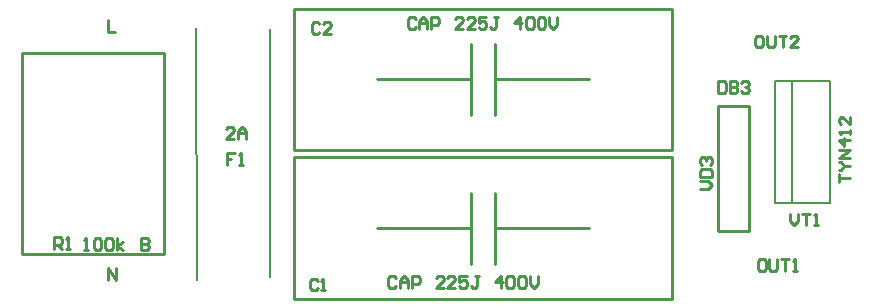
<source format=gto>
G04*
G04 #@! TF.GenerationSoftware,Altium Limited,Altium Designer,22.10.1 (41)*
G04*
G04 Layer_Color=65535*
%FSLAX44Y44*%
%MOMM*%
G71*
G04*
G04 #@! TF.SameCoordinates,AEFCC64F-A21F-44B2-B13A-618CF61525BC*
G04*
G04*
G04 #@! TF.FilePolarity,Positive*
G04*
G01*
G75*
%ADD10C,0.2000*%
%ADD11C,0.2540*%
D10*
X641300Y83100D02*
Y187100D01*
X627600Y83100D02*
X673600D01*
Y187100D01*
X627600D02*
X673600D01*
X627600Y83100D02*
Y187100D01*
X200000Y21000D02*
Y231000D01*
X137500Y231500D02*
X137750Y18500D01*
D11*
X540000Y128000D02*
Y248000D01*
X220000D02*
X540000D01*
X220000Y128000D02*
Y248000D01*
Y128000D02*
X540000D01*
X390000Y188000D02*
X470000D01*
X290000D02*
X370000D01*
Y158000D02*
Y208000D01*
Y218000D01*
X390000Y188000D02*
Y218000D01*
Y158000D02*
Y188000D01*
X579400Y59700D02*
Y165700D01*
X605400Y59700D02*
Y165700D01*
X579400Y59700D02*
X605400D01*
X579400Y165700D02*
X605400D01*
X110000Y40100D02*
Y210100D01*
X-10000Y40100D02*
X110000D01*
X-10000D02*
Y210100D01*
X110000D01*
X540000Y2000D02*
Y122000D01*
X220000D02*
X540000D01*
X220000Y2000D02*
Y122000D01*
Y2000D02*
X540000D01*
X390000Y62000D02*
X470000D01*
X290000D02*
X370000D01*
Y32000D02*
Y82000D01*
Y92000D01*
X390000Y62000D02*
Y92000D01*
Y32000D02*
Y62000D01*
X681102Y101609D02*
Y108273D01*
Y104941D01*
X691098D01*
X681102Y111606D02*
X682768D01*
X686100Y114938D01*
X682768Y118270D01*
X681102D01*
X686100Y114938D02*
X691098D01*
Y121602D02*
X681102D01*
X691098Y128267D01*
X681102D01*
X691098Y136598D02*
X681102D01*
X686100Y131599D01*
Y138264D01*
X691098Y141596D02*
Y144928D01*
Y143262D01*
X681102D01*
X682768Y141596D01*
X691098Y156591D02*
Y149927D01*
X684434Y156591D01*
X682768D01*
X681102Y154925D01*
Y151593D01*
X682768Y149927D01*
X640237Y74498D02*
Y67834D01*
X643569Y64502D01*
X646902Y67834D01*
Y74498D01*
X650234D02*
X656898D01*
X653566D01*
Y64502D01*
X660231D02*
X663563D01*
X661897D01*
Y74498D01*
X660231Y72832D01*
X617637Y35598D02*
X614305D01*
X612639Y33932D01*
Y27268D01*
X614305Y25602D01*
X617637D01*
X619303Y27268D01*
Y33932D01*
X617637Y35598D01*
X622635D02*
Y27268D01*
X624302Y25602D01*
X627634D01*
X629300Y27268D01*
Y35598D01*
X632632D02*
X639297D01*
X635965D01*
Y25602D01*
X642629D02*
X645961D01*
X644295D01*
Y35598D01*
X642629Y33932D01*
X615371Y225198D02*
X612039D01*
X610373Y223532D01*
Y216868D01*
X612039Y215202D01*
X615371D01*
X617037Y216868D01*
Y223532D01*
X615371Y225198D01*
X620369D02*
Y216868D01*
X622035Y215202D01*
X625368D01*
X627034Y216868D01*
Y225198D01*
X630366D02*
X637031D01*
X633698D01*
Y215202D01*
X647027D02*
X640363D01*
X647027Y221866D01*
Y223532D01*
X645361Y225198D01*
X642029D01*
X640363Y223532D01*
X62202Y238473D02*
Y228476D01*
X68867D01*
X62456Y18418D02*
Y28415D01*
X69120Y18418D01*
Y28415D01*
X564202Y95571D02*
X570866D01*
X574198Y98903D01*
X570866Y102235D01*
X564202D01*
Y105568D02*
X574198D01*
Y110566D01*
X572532Y112232D01*
X565868D01*
X564202Y110566D01*
Y105568D01*
X565868Y115564D02*
X564202Y117231D01*
Y120563D01*
X565868Y122229D01*
X567534D01*
X569200Y120563D01*
Y118897D01*
Y120563D01*
X570866Y122229D01*
X572532D01*
X574198Y120563D01*
Y117231D01*
X572532Y115564D01*
X578871Y186298D02*
Y176302D01*
X583869D01*
X585536Y177968D01*
Y184632D01*
X583869Y186298D01*
X578871D01*
X588868D02*
Y176302D01*
X593866D01*
X595532Y177968D01*
Y179634D01*
X593866Y181300D01*
X588868D01*
X593866D01*
X595532Y182966D01*
Y184632D01*
X593866Y186298D01*
X588868D01*
X598865Y184632D02*
X600531Y186298D01*
X603863D01*
X605529Y184632D01*
Y182966D01*
X603863Y181300D01*
X602197D01*
X603863D01*
X605529Y179634D01*
Y177968D01*
X603863Y176302D01*
X600531D01*
X598865Y177968D01*
X170000Y125998D02*
X163335D01*
Y121000D01*
X166668D01*
X163335D01*
Y116002D01*
X173332D02*
X176665D01*
X174998D01*
Y125998D01*
X173332Y124332D01*
X169334Y137602D02*
X162669D01*
X169334Y144266D01*
Y145932D01*
X167668Y147598D01*
X164335D01*
X162669Y145932D01*
X172666Y137602D02*
Y144266D01*
X175998Y147598D01*
X179331Y144266D01*
Y137602D01*
Y142600D01*
X172666D01*
X17035Y44302D02*
Y54298D01*
X22034D01*
X23700Y52632D01*
Y49300D01*
X22034Y47634D01*
X17035D01*
X20368D02*
X23700Y44302D01*
X27032D02*
X30364D01*
X28698D01*
Y54298D01*
X27032Y52632D01*
X42009Y43902D02*
X45341D01*
X43675D01*
Y53898D01*
X42009Y52232D01*
X50339D02*
X52006Y53898D01*
X55338D01*
X57004Y52232D01*
Y45568D01*
X55338Y43902D01*
X52006D01*
X50339Y45568D01*
Y52232D01*
X60336D02*
X62002Y53898D01*
X65335D01*
X67001Y52232D01*
Y45568D01*
X65335Y43902D01*
X62002D01*
X60336Y45568D01*
Y52232D01*
X70333Y43902D02*
Y53898D01*
Y47234D02*
X75332Y50566D01*
X70333Y47234D02*
X75332Y43902D01*
X90327Y53898D02*
Y43902D01*
X95325D01*
X96991Y45568D01*
Y47234D01*
X95325Y48900D01*
X90327D01*
X95325D01*
X96991Y50566D01*
Y52232D01*
X95325Y53898D01*
X90327D01*
X241634Y235232D02*
X239968Y236898D01*
X236635D01*
X234969Y235232D01*
Y228568D01*
X236635Y226902D01*
X239968D01*
X241634Y228568D01*
X251631Y226902D02*
X244966D01*
X251631Y233566D01*
Y235232D01*
X249965Y236898D01*
X246632D01*
X244966Y235232D01*
X322952Y239132D02*
X321286Y240798D01*
X317953D01*
X316287Y239132D01*
Y232468D01*
X317953Y230802D01*
X321286D01*
X322952Y232468D01*
X326284Y230802D02*
Y237466D01*
X329616Y240798D01*
X332948Y237466D01*
Y230802D01*
Y235800D01*
X326284D01*
X336281Y230802D02*
Y240798D01*
X341279D01*
X342945Y239132D01*
Y235800D01*
X341279Y234134D01*
X336281D01*
X362939Y230802D02*
X356274D01*
X362939Y237466D01*
Y239132D01*
X361273Y240798D01*
X357940D01*
X356274Y239132D01*
X372935Y230802D02*
X366271D01*
X372935Y237466D01*
Y239132D01*
X371269Y240798D01*
X367937D01*
X366271Y239132D01*
X382932Y240798D02*
X376268D01*
Y235800D01*
X379600Y237466D01*
X381266D01*
X382932Y235800D01*
Y232468D01*
X381266Y230802D01*
X377934D01*
X376268Y232468D01*
X392929Y240798D02*
X389597D01*
X391263D01*
Y232468D01*
X389597Y230802D01*
X387931D01*
X386264Y232468D01*
X411256Y230802D02*
Y240798D01*
X406258Y235800D01*
X412923D01*
X416255Y239132D02*
X417921Y240798D01*
X421253D01*
X422919Y239132D01*
Y232468D01*
X421253Y230802D01*
X417921D01*
X416255Y232468D01*
Y239132D01*
X426252D02*
X427918Y240798D01*
X431250D01*
X432916Y239132D01*
Y232468D01*
X431250Y230802D01*
X427918D01*
X426252Y232468D01*
Y239132D01*
X436248Y240798D02*
Y234134D01*
X439581Y230802D01*
X442913Y234134D01*
Y240798D01*
X240000Y17732D02*
X238334Y19398D01*
X235002D01*
X233335Y17732D01*
Y11068D01*
X235002Y9402D01*
X238334D01*
X240000Y11068D01*
X243332Y9402D02*
X246665D01*
X244998D01*
Y19398D01*
X243332Y17732D01*
X306652Y19532D02*
X304985Y21198D01*
X301653D01*
X299987Y19532D01*
Y12868D01*
X301653Y11202D01*
X304985D01*
X306652Y12868D01*
X309984Y11202D02*
Y17866D01*
X313316Y21198D01*
X316648Y17866D01*
Y11202D01*
Y16200D01*
X309984D01*
X319981Y11202D02*
Y21198D01*
X324979D01*
X326645Y19532D01*
Y16200D01*
X324979Y14534D01*
X319981D01*
X346639Y11202D02*
X339974D01*
X346639Y17866D01*
Y19532D01*
X344973Y21198D01*
X341640D01*
X339974Y19532D01*
X356636Y11202D02*
X349971D01*
X356636Y17866D01*
Y19532D01*
X354969Y21198D01*
X351637D01*
X349971Y19532D01*
X366632Y21198D02*
X359968D01*
Y16200D01*
X363300Y17866D01*
X364966D01*
X366632Y16200D01*
Y12868D01*
X364966Y11202D01*
X361634D01*
X359968Y12868D01*
X376629Y21198D02*
X373297D01*
X374963D01*
Y12868D01*
X373297Y11202D01*
X371631D01*
X369964Y12868D01*
X394957Y11202D02*
Y21198D01*
X389958Y16200D01*
X396623D01*
X399955Y19532D02*
X401621Y21198D01*
X404953D01*
X406619Y19532D01*
Y12868D01*
X404953Y11202D01*
X401621D01*
X399955Y12868D01*
Y19532D01*
X409952D02*
X411618Y21198D01*
X414950D01*
X416616Y19532D01*
Y12868D01*
X414950Y11202D01*
X411618D01*
X409952Y12868D01*
Y19532D01*
X419948Y21198D02*
Y14534D01*
X423281Y11202D01*
X426613Y14534D01*
Y21198D01*
M02*

</source>
